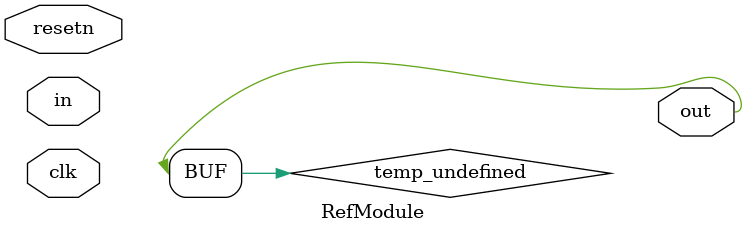
<source format=sv>

module RefModule (
  input clk,
  input resetn,
  input in,
  output out
);

  reg [3:0] sr;
  always @(posedge clk) begin
    if (~resetn)
      sr <= '0;
    else
      sr <= {sr[2:0], in};
  end

  assign out = temp_undefined;

endmodule


</source>
